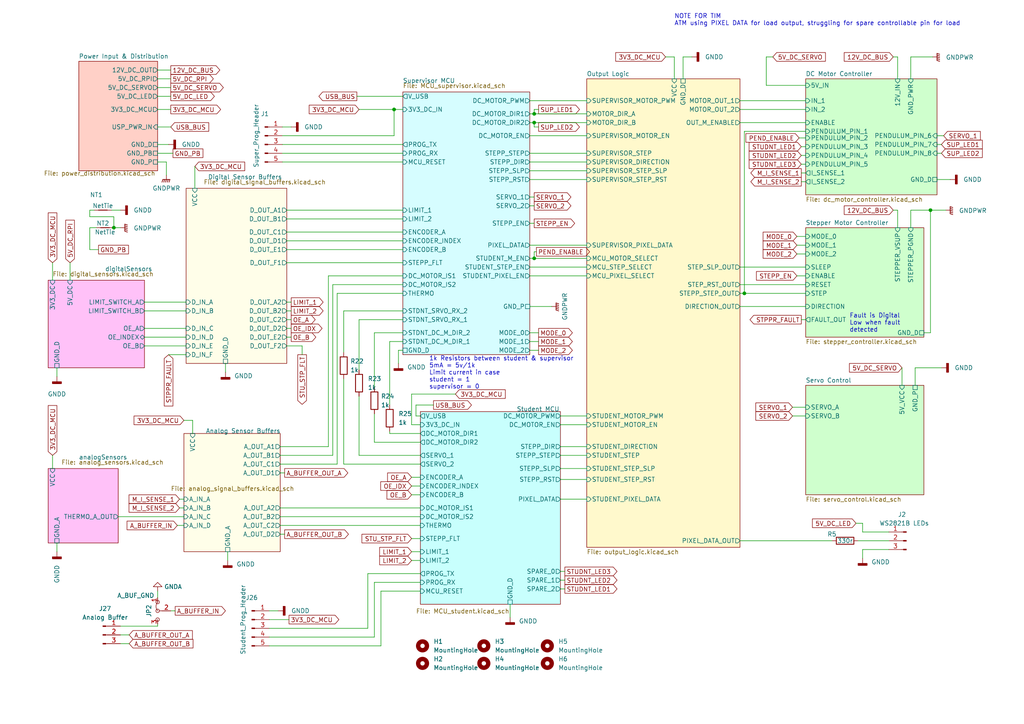
<source format=kicad_sch>
(kicad_sch (version 20230121) (generator eeschema)
  (paper "A4")
  (lib_symbols
    (symbol "000_Connectors_Immo:3pin_molex_2.54mm_male" (pin_names (offset 1.016) hide)
      (property "Reference" "J" (at 0 5.08 0))
      (property "Value" "3pin_molex_2.54mm_male" (at 2.54 -4.191 0))
      (symbol "3pin_molex_2.54mm_male_1_1"
        (polyline (pts (xy 1.27 -2.54) (xy 0.8636 -2.54)) (stroke (width 0.1524)))
        (polyline (pts (xy 1.27 0) (xy 0.8636 0)) (stroke (width 0.1524)))
        (polyline (pts (xy 1.27 2.54) (xy 0.8636 2.54)) (stroke (width 0.1524)))
        (rectangle (start 0.8636 -2.413) (end 0 -2.667) (stroke (width 0.1524)) (fill (type outline)))
        (rectangle (start 0.8636 0.127) (end 0 -0.127) (stroke (width 0.1524)) (fill (type outline)))
        (rectangle (start 0.8636 2.667) (end 0 2.413) (stroke (width 0.1524)) (fill (type outline)))
        (pin passive line (at 5.08 2.54 180) (length 3.81) (name "Pin_1") (number "1"))
        (pin passive line (at 5.08 0 180) (length 3.81) (name "Pin_2") (number "2"))
        (pin passive line (at 5.08 -2.54 180) (length 3.81) (name "Pin_3") (number "3"))
      )
    )
    (symbol "000_Connectors_Immo:Jumper_3_Bridged12" (pin_names (offset 0) hide)
      (property "Reference" "JP" (at -2.54 -2.54 0))
      (property "Value" "Jumper_3_Bridged12" (at 0 2.794 0))
      (symbol "Jumper_3_Bridged12_0_0"
        (circle (center -2.54 0) (radius 0.508))
        (circle (center 0 0) (radius 0.508))
        (circle (center 2.54 0) (radius 0.508))
      )
      (symbol "Jumper_3_Bridged12_0_1"
        (arc (start 0 -0.0807) (mid -1.27 0.4699) (end -2.54 -0.0807))
        (polyline (pts (xy 0 -1.27) (xy 0 -0.508)))
      )
      (symbol "Jumper_3_Bridged12_1_1"
        (pin passive line (at -3.81 0 0) (length 1.27) (name "A") (number "1"))
        (pin input line (at 0 -3.81 90) (length 2.54) (name "C") (number "2"))
        (pin passive line (at 3.81 0 180) (length 1.27) (name "B") (number "3"))
      )
    )
    (symbol "000_Pin_Headers_Immo:Molex_5pin_2.54mm_M" (pin_names (offset 1.016) hide)
      (property "Reference" "J" (at 0 7.62 0))
      (property "Value" "Molex_5pin_2.54mm_M" (at 0 -7.62 0))
      (symbol "Molex_5pin_2.54mm_M_1_1"
        (polyline (pts (xy 1.27 -5.08) (xy 0.8636 -5.08)) (stroke (width 0.1524)))
        (polyline (pts (xy 1.27 -2.54) (xy 0.8636 -2.54)) (stroke (width 0.1524)))
        (polyline (pts (xy 1.27 0) (xy 0.8636 0)) (stroke (width 0.1524)))
        (polyline (pts (xy 1.27 2.54) (xy 0.8636 2.54)) (stroke (width 0.1524)))
        (polyline (pts (xy 1.27 5.08) (xy 0.8636 5.08)) (stroke (width 0.1524)))
        (rectangle (start 0.8636 -4.953) (end 0 -5.207) (stroke (width 0.1524)) (fill (type outline)))
        (rectangle (start 0.8636 -2.413) (end 0 -2.667) (stroke (width 0.1524)) (fill (type outline)))
        (rectangle (start 0.8636 0.127) (end 0 -0.127) (stroke (width 0.1524)) (fill (type outline)))
        (rectangle (start 0.8636 2.667) (end 0 2.413) (stroke (width 0.1524)) (fill (type outline)))
        (rectangle (start 0.8636 5.207) (end 0 4.953) (stroke (width 0.1524)) (fill (type outline)))
        (pin passive line (at 5.08 5.08 180) (length 3.81) (name "Pin_1") (number "1"))
        (pin passive line (at 5.08 2.54 180) (length 3.81) (name "Pin_2") (number "2"))
        (pin passive line (at 5.08 0 180) (length 3.81) (name "Pin_3") (number "3"))
        (pin passive line (at 5.08 -2.54 180) (length 3.81) (name "Pin_4") (number "4"))
        (pin passive line (at 5.08 -5.08 180) (length 3.81) (name "Pin_5") (number "5"))
      )
    )
    (symbol "000_Resistors_Immo:Resistor_0805" (pin_numbers hide) (pin_names (offset 0))
      (property "Reference" "R?" (at -2.54 3.81 0))
      (property "Value" "Resistor_0805" (at -5.08 2.54 0))
      (symbol "Resistor_0805_0_1"
        (rectangle (start 2.54 -1.016) (end -2.54 1.016) (stroke (width 0.254)))
      )
      (symbol "Resistor_0805_1_1"
        (pin passive line (at -3.81 0 0) (length 1.27) (name "~") (number "1"))
        (pin passive line (at 3.81 0 180) (length 1.27) (name "~") (number "2"))
      )
    )
    (symbol "Connector:Conn_01x03_Male" (pin_names (offset 1.016) hide)
      (property "Reference" "J" (at 0 5.08 0))
      (property "Value" "Conn_01x03_Male" (at 2.54 -4.191 0))
      (symbol "Conn_01x03_Male_1_1"
        (polyline (pts (xy 1.27 -2.54) (xy 0.8636 -2.54)) (stroke (width 0.1524)))
        (polyline (pts (xy 1.27 0) (xy 0.8636 0)) (stroke (width 0.1524)))
        (polyline (pts (xy 1.27 2.54) (xy 0.8636 2.54)) (stroke (width 0.1524)))
        (rectangle (start 0.8636 -2.413) (end 0 -2.667) (stroke (width 0.1524)) (fill (type outline)))
        (rectangle (start 0.8636 0.127) (end 0 -0.127) (stroke (width 0.1524)) (fill (type outline)))
        (rectangle (start 0.8636 2.667) (end 0 2.413) (stroke (width 0.1524)) (fill (type outline)))
        (pin passive line (at 5.08 2.54 180) (length 3.81) (name "Pin_1") (number "1"))
        (pin passive line (at 5.08 0 180) (length 3.81) (name "Pin_2") (number "2"))
        (pin passive line (at 5.08 -2.54 180) (length 3.81) (name "Pin_3") (number "3"))
      )
    )
    (symbol "Device:NetTie_2" (pin_numbers hide) (pin_names (offset 0) hide)
      (property "Reference" "NT" (at 0 1.27 0))
      (property "Value" "NetTie_2" (at 0 -1.27 0))
      (symbol "NetTie_2_0_1"
        (polyline (pts (xy -1.27 0) (xy 1.27 0)) (stroke (width 0.254)))
      )
      (symbol "NetTie_2_1_1"
        (pin passive line (at -2.54 0 0) (length 2.54) (name "1") (number "1"))
        (pin passive line (at 2.54 0 180) (length 2.54) (name "2") (number "2"))
      )
    )
    (symbol "Mechanical:MountingHole_M3" (pin_names (offset 1.016))
      (property "Reference" "H" (at 0 5.08 0))
      (property "Value" "MountingHole_M3" (at 0 3.175 0))
      (symbol "MountingHole_M3_0_1"
        (circle (center 0 0) (radius 1.27) (stroke (width 1.27)))
      )
    )
    (symbol "power:GNDA" (power) (pin_names (offset 0))
      (property "Value" "GNDA" (at 0 -3.81 0))
      (symbol "GNDA_0_1"
        (polyline (pts (xy 0 0) (xy 0 -1.27) (xy 1.27 -1.27) (xy 0 -2.54) (xy -1.27 -1.27) (xy 0 -1.27)))
      )
      (symbol "GNDA_1_1"
        (pin power_in line (at 0 0 270) (length 0) hide (name "GNDA") (number "1"))
      )
    )
    (symbol "power:GNDD" (power) (pin_names (offset 0))
      (property "Value" "GNDD" (at 0 -3.175 0))
      (symbol "GNDD_0_1"
        (rectangle (start -1.27 -1.524) (end 1.27 -2.032) (stroke (width 0.254)) (fill (type outline)))
        (polyline (pts (xy 0 0) (xy 0 -1.524)))
      )
      (symbol "GNDD_1_1"
        (pin power_in line (at 0 0 270) (length 0) hide (name "GNDD") (number "1"))
      )
    )
    (symbol "power:GNDPWR" (power) (pin_names (offset 0))
      (property "Value" "GNDPWR" (at 0 -3.302 0))
      (symbol "GNDPWR_0_1"
        (polyline (pts (xy 0 -1.27) (xy 0 0)))
        (polyline (pts (xy -1.016 -1.27) (xy -1.27 -2.032) (xy -1.27 -2.032)) (stroke (width 0.2032)))
        (polyline (pts (xy -0.508 -1.27) (xy -0.762 -2.032) (xy -0.762 -2.032)) (stroke (width 0.2032)))
        (polyline (pts (xy 0 -1.27) (xy -0.254 -2.032) (xy -0.254 -2.032)) (stroke (width 0.2032)))
        (polyline (pts (xy 0.508 -1.27) (xy 0.254 -2.032) (xy 0.254 -2.032)) (stroke (width 0.2032)))
        (polyline (pts (xy 1.016 -1.27) (xy -1.016 -1.27) (xy -1.016 -1.27)) (stroke (width 0.2032)))
        (polyline (pts (xy 1.016 -1.27) (xy 0.762 -2.032) (xy 0.762 -2.032) (xy 0.762 -2.032)) (stroke (width 0.2032)))
      )
      (symbol "GNDPWR_1_1"
        (pin power_in line (at 0 0 270) (length 0) hide (name "GNDPWR") (number "1"))
      )
    )
  )
  (junction (at 154.94 33.02))
  (junction (at 269.875 60.96))
  (junction (at 154.94 74.93))
  (junction (at 114.3 31.75))
  (junction (at 215.9 85.09))
  (junction (at 154.94 35.56))
  (junction (at 33.02 66.04))
  (wire (pts (xy 78.105 182.245) (xy 106.68 182.245)))
  (wire (pts (xy 231.14 71.12) (xy 233.68 71.12)))
  (wire (pts (xy 153.67 57.15) (xy 154.94 57.15)))
  (wire (pts (xy 45.72 22.86) (xy 49.53 22.86)))
  (wire (pts (xy 108.585 184.785) (xy 108.585 168.91)))
  (wire (pts (xy 269.875 60.96) (xy 274.32 60.96)))
  (wire (pts (xy 115.57 105.41) (xy 115.57 101.6)))
  (wire (pts (xy 81.28 129.54) (xy 95.25 129.54)))
  (wire (pts (xy 45.72 27.94) (xy 49.53 27.94)))
  (wire (pts (xy 20.32 76.2) (xy 20.32 81.28)))
  (wire (pts (xy 260.35 16.51) (xy 260.35 22.86)))
  (wire (pts (xy 81.915 41.91) (xy 116.84 41.91)))
  (wire (pts (xy 231.14 73.66) (xy 233.68 73.66)))
  (wire (pts (xy 66.04 160.02) (xy 66.04 162.56)))
  (wire (pts (xy 153.67 80.01) (xy 170.18 80.01)))
  (wire (pts (xy 56.515 54.61) (xy 56.515 48.26)))
  (wire (pts (xy 271.78 44.45) (xy 273.05 44.45)))
  (wire (pts (xy 231.14 68.58) (xy 233.68 68.58)))
  (wire (pts (xy 193.04 16.51) (xy 195.58 16.51)))
  (wire (pts (xy 215.9 38.1) (xy 215.9 85.09)))
  (wire (pts (xy 155.575 73.025) (xy 154.94 73.025)))
  (wire (pts (xy 83.185 95.25) (xy 84.455 95.25)))
  (wire (pts (xy 153.67 77.47) (xy 170.18 77.47)))
  (wire (pts (xy 259.08 16.51) (xy 260.35 16.51)))
  (wire (pts (xy 45.72 41.91) (xy 48.895 41.91)))
  (wire (pts (xy 232.41 92.71) (xy 233.68 92.71)))
  (wire (pts (xy 162.56 132.08) (xy 170.18 132.08)))
  (wire (pts (xy 232.41 42.545) (xy 233.68 42.545)))
  (wire (pts (xy 41.91 97.79) (xy 53.975 97.79)))
  (wire (pts (xy 114.3 39.37) (xy 114.3 31.75)))
  (wire (pts (xy 83.185 69.85) (xy 116.84 69.85)))
  (wire (pts (xy 214.63 77.47) (xy 233.68 77.47)))
  (wire (pts (xy 153.67 35.56) (xy 154.94 35.56)))
  (wire (pts (xy 104.14 132.08) (xy 104.14 114.935)))
  (wire (pts (xy 104.14 31.75) (xy 114.3 31.75)))
  (wire (pts (xy 34.29 149.86) (xy 53.34 149.86)))
  (wire (pts (xy 65.405 105.41) (xy 65.405 107.95)))
  (wire (pts (xy 153.67 99.06) (xy 156.21 99.06)))
  (wire (pts (xy 250.19 161.925) (xy 250.19 159.385)))
  (wire (pts (xy 33.02 66.04) (xy 34.925 66.04)))
  (wire (pts (xy 99.695 134.62) (xy 121.92 134.62)))
  (wire (pts (xy 222.25 16.51) (xy 224.155 16.51)))
  (wire (pts (xy 95.25 129.54) (xy 95.25 80.01)))
  (wire (pts (xy 269.875 96.52) (xy 269.875 60.96)))
  (wire (pts (xy 119.38 162.56) (xy 121.92 162.56)))
  (wire (pts (xy 215.9 38.1) (xy 233.68 38.1)))
  (wire (pts (xy 83.185 76.2) (xy 116.84 76.2)))
  (wire (pts (xy 229.87 118.11) (xy 233.68 118.11)))
  (wire (pts (xy 119.38 114.3) (xy 119.38 123.19)))
  (wire (pts (xy 232.41 45.085) (xy 233.68 45.085)))
  (wire (pts (xy 153.67 88.9) (xy 160.02 88.9)))
  (wire (pts (xy 121.92 125.73) (xy 113.03 125.73)))
  (wire (pts (xy 153.67 46.99) (xy 170.18 46.99)))
  (wire (pts (xy 214.63 88.9) (xy 233.68 88.9)))
  (wire (pts (xy 28.575 72.39) (xy 26.035 72.39)))
  (wire (pts (xy 250.19 151.765) (xy 250.19 154.305)))
  (wire (pts (xy 48.26 46.99) (xy 45.72 46.99)))
  (wire (pts (xy 97.79 134.62) (xy 97.79 85.09)))
  (wire (pts (xy 41.91 90.17) (xy 53.975 90.17)))
  (wire (pts (xy 16.51 106.68) (xy 16.51 109.22)))
  (wire (pts (xy 49.53 177.165) (xy 50.8 177.165)))
  (wire (pts (xy 154.94 73.025) (xy 154.94 74.93)))
  (wire (pts (xy 83.185 90.17) (xy 84.455 90.17)))
  (wire (pts (xy 119.38 140.97) (xy 121.92 140.97)))
  (wire (pts (xy 162.56 170.815) (xy 163.83 170.815)))
  (wire (pts (xy 162.56 165.735) (xy 163.83 165.735)))
  (wire (pts (xy 153.67 96.52) (xy 156.21 96.52)))
  (wire (pts (xy 87.63 100.33) (xy 87.63 102.87)))
  (wire (pts (xy 108.585 128.27) (xy 108.585 120.015)))
  (wire (pts (xy 108.585 168.91) (xy 121.92 168.91)))
  (wire (pts (xy 153.67 39.37) (xy 170.18 39.37)))
  (wire (pts (xy 83.185 97.79) (xy 84.455 97.79)))
  (wire (pts (xy 48.895 102.87) (xy 53.975 102.87)))
  (wire (pts (xy 81.28 149.86) (xy 121.92 149.86)))
  (wire (pts (xy 26.035 62.865) (xy 33.02 62.865)))
  (wire (pts (xy 81.915 39.37) (xy 114.3 39.37)))
  (wire (pts (xy 162.56 168.275) (xy 163.83 168.275)))
  (wire (pts (xy 154.94 74.93) (xy 170.18 74.93)))
  (wire (pts (xy 52.07 144.78) (xy 53.34 144.78)))
  (wire (pts (xy 250.19 154.305) (xy 257.81 154.305)))
  (wire (pts (xy 271.78 52.07) (xy 275.59 52.07)))
  (wire (pts (xy 153.67 44.45) (xy 170.18 44.45)))
  (wire (pts (xy 110.49 171.45) (xy 121.92 171.45)))
  (wire (pts (xy 78.105 184.785) (xy 108.585 184.785)))
  (wire (pts (xy 113.03 99.06) (xy 116.84 99.06)))
  (wire (pts (xy 80.645 177.165) (xy 78.105 177.165)))
  (wire (pts (xy 125.73 117.475) (xy 120.65 117.475)))
  (wire (pts (xy 156.21 36.83) (xy 154.94 36.83)))
  (wire (pts (xy 153.67 74.93) (xy 154.94 74.93)))
  (wire (pts (xy 214.63 85.09) (xy 215.9 85.09)))
  (wire (pts (xy 37.465 184.15) (xy 34.925 184.15)))
  (wire (pts (xy 33.02 62.865) (xy 33.02 66.04)))
  (wire (pts (xy 83.185 67.31) (xy 116.84 67.31)))
  (wire (pts (xy 154.94 31.75) (xy 154.94 33.02)))
  (wire (pts (xy 222.25 24.765) (xy 233.68 24.765)))
  (wire (pts (xy 115.57 101.6) (xy 116.84 101.6)))
  (wire (pts (xy 214.63 31.75) (xy 233.68 31.75)))
  (wire (pts (xy 99.695 109.855) (xy 99.695 134.62)))
  (wire (pts (xy 231.775 40.005) (xy 233.68 40.005)))
  (wire (pts (xy 265.43 106.68) (xy 265.43 111.76)))
  (wire (pts (xy 119.38 123.19) (xy 121.92 123.19)))
  (wire (pts (xy 108.585 96.52) (xy 116.84 96.52)))
  (wire (pts (xy 55.88 121.92) (xy 55.88 125.73)))
  (wire (pts (xy 32.385 60.96) (xy 34.925 60.96)))
  (wire (pts (xy 41.91 100.33) (xy 53.975 100.33)))
  (wire (pts (xy 83.185 100.33) (xy 87.63 100.33)))
  (wire (pts (xy 96.52 82.55) (xy 116.84 82.55)))
  (wire (pts (xy 162.56 120.65) (xy 170.18 120.65)))
  (wire (pts (xy 214.63 82.55) (xy 233.68 82.55)))
  (wire (pts (xy 104.14 107.315) (xy 104.14 92.71)))
  (wire (pts (xy 41.91 87.63) (xy 53.975 87.63)))
  (wire (pts (xy 15.24 132.08) (xy 15.24 135.89)))
  (wire (pts (xy 162.56 135.89) (xy 170.18 135.89)))
  (wire (pts (xy 104.14 92.71) (xy 116.84 92.71)))
  (wire (pts (xy 78.105 179.705) (xy 83.82 179.705)))
  (wire (pts (xy 83.185 63.5) (xy 116.84 63.5)))
  (wire (pts (xy 113.03 125.095) (xy 113.03 125.73)))
  (wire (pts (xy 215.9 85.09) (xy 233.68 85.09)))
  (wire (pts (xy 81.28 134.62) (xy 97.79 134.62)))
  (wire (pts (xy 48.26 50.8) (xy 48.26 46.99)))
  (wire (pts (xy 153.67 71.12) (xy 170.18 71.12)))
  (wire (pts (xy 37.465 186.69) (xy 34.925 186.69)))
  (wire (pts (xy 153.67 49.53) (xy 170.18 49.53)))
  (wire (pts (xy 108.585 128.27) (xy 121.92 128.27)))
  (wire (pts (xy 113.03 99.06) (xy 113.03 117.475)))
  (wire (pts (xy 270.51 16.51) (xy 264.16 16.51)))
  (wire (pts (xy 78.105 187.325) (xy 110.49 187.325)))
  (wire (pts (xy 267.97 96.52) (xy 269.875 96.52)))
  (wire (pts (xy 51.435 152.4) (xy 53.34 152.4)))
  (wire (pts (xy 248.92 156.845) (xy 257.81 156.845)))
  (wire (pts (xy 162.56 123.19) (xy 170.18 123.19)))
  (wire (pts (xy 114.3 31.75) (xy 116.84 31.75)))
  (wire (pts (xy 119.38 138.43) (xy 121.92 138.43)))
  (wire (pts (xy 154.94 33.02) (xy 170.18 33.02)))
  (wire (pts (xy 198.12 16.51) (xy 200.66 16.51)))
  (wire (pts (xy 95.25 80.01) (xy 116.84 80.01)))
  (wire (pts (xy 154.94 36.83) (xy 154.94 35.56)))
  (wire (pts (xy 119.38 160.02) (xy 121.92 160.02)))
  (wire (pts (xy 45.72 44.45) (xy 50.165 44.45)))
  (wire (pts (xy 232.41 52.705) (xy 233.68 52.705)))
  (wire (pts (xy 214.63 156.845) (xy 241.3 156.845)))
  (wire (pts (xy 120.65 120.65) (xy 121.92 120.65)))
  (wire (pts (xy 248.285 151.765) (xy 250.19 151.765)))
  (wire (pts (xy 271.78 41.91) (xy 273.05 41.91)))
  (wire (pts (xy 119.38 114.3) (xy 132.08 114.3)))
  (wire (pts (xy 41.91 95.25) (xy 53.975 95.25)))
  (wire (pts (xy 198.12 16.51) (xy 198.12 22.86)))
  (wire (pts (xy 45.72 31.75) (xy 49.53 31.75)))
  (wire (pts (xy 229.87 120.65) (xy 233.68 120.65)))
  (wire (pts (xy 108.585 112.395) (xy 108.585 96.52)))
  (wire (pts (xy 232.41 47.625) (xy 233.68 47.625)))
  (wire (pts (xy 271.78 39.37) (xy 273.685 39.37)))
  (wire (pts (xy 232.41 50.165) (xy 233.68 50.165)))
  (wire (pts (xy 83.185 72.39) (xy 116.84 72.39)))
  (wire (pts (xy 99.695 90.17) (xy 116.84 90.17)))
  (wire (pts (xy 99.695 102.235) (xy 99.695 90.17)))
  (wire (pts (xy 260.35 66.04) (xy 260.35 60.96)))
  (wire (pts (xy 153.67 59.69) (xy 154.94 59.69)))
  (wire (pts (xy 265.43 106.68) (xy 273.05 106.68)))
  (wire (pts (xy 81.915 44.45) (xy 116.84 44.45)))
  (wire (pts (xy 153.67 64.77) (xy 154.94 64.77)))
  (wire (pts (xy 154.94 35.56) (xy 170.18 35.56)))
  (wire (pts (xy 26.035 66.04) (xy 27.94 66.04)))
  (wire (pts (xy 120.65 117.475) (xy 120.65 120.65)))
  (wire (pts (xy 84.455 36.83) (xy 81.915 36.83)))
  (wire (pts (xy 53.34 121.92) (xy 55.88 121.92)))
  (wire (pts (xy 83.185 87.63) (xy 84.455 87.63)))
  (wire (pts (xy 103.505 27.94) (xy 116.84 27.94)))
  (wire (pts (xy 222.25 16.51) (xy 222.25 24.765)))
  (wire (pts (xy 106.68 182.245) (xy 106.68 166.37)))
  (wire (pts (xy 16.51 157.48) (xy 16.51 160.02)))
  (wire (pts (xy 153.67 33.02) (xy 154.94 33.02)))
  (wire (pts (xy 162.56 144.78) (xy 170.18 144.78)))
  (wire (pts (xy 214.63 29.21) (xy 233.68 29.21)))
  (wire (pts (xy 81.28 147.32) (xy 121.92 147.32)))
  (wire (pts (xy 110.49 187.325) (xy 110.49 171.45)))
  (wire (pts (xy 45.72 20.32) (xy 49.53 20.32)))
  (wire (pts (xy 162.56 129.54) (xy 170.18 129.54)))
  (wire (pts (xy 156.21 31.75) (xy 154.94 31.75)))
  (wire (pts (xy 81.28 132.08) (xy 96.52 132.08)))
  (wire (pts (xy 162.56 139.065) (xy 170.18 139.065)))
  (wire (pts (xy 119.38 143.51) (xy 121.92 143.51)))
  (wire (pts (xy 153.67 29.21) (xy 170.18 29.21)))
  (wire (pts (xy 214.63 35.56) (xy 233.68 35.56)))
  (wire (pts (xy 260.35 60.96) (xy 259.08 60.96)))
  (wire (pts (xy 153.67 52.07) (xy 170.18 52.07)))
  (wire (pts (xy 104.14 132.08) (xy 121.92 132.08)))
  (wire (pts (xy 26.035 72.39) (xy 26.035 66.04)))
  (wire (pts (xy 34.925 181.61) (xy 45.72 181.61)))
  (wire (pts (xy 147.955 179.07) (xy 147.955 175.26)))
  (wire (pts (xy 45.72 171.45) (xy 45.72 173.355)))
  (wire (pts (xy 81.915 46.99) (xy 116.84 46.99)))
  (wire (pts (xy 195.58 16.51) (xy 195.58 22.86)))
  (wire (pts (xy 96.52 132.08) (xy 96.52 82.55)))
  (wire (pts (xy 26.035 60.96) (xy 27.305 60.96)))
  (wire (pts (xy 81.28 152.4) (xy 121.92 152.4)))
  (wire (pts (xy 153.67 101.6) (xy 156.21 101.6)))
  (wire (pts (xy 250.19 159.385) (xy 257.81 159.385)))
  (wire (pts (xy 264.16 60.96) (xy 269.875 60.96)))
  (wire (pts (xy 45.72 36.83) (xy 49.53 36.83)))
  (wire (pts (xy 97.79 85.09) (xy 116.84 85.09)))
  (wire (pts (xy 83.185 92.71) (xy 84.455 92.71)))
  (wire (pts (xy 264.16 60.96) (xy 264.16 66.04)))
  (wire (pts (xy 26.035 60.96) (xy 26.035 62.865)))
  (wire (pts (xy 52.07 147.32) (xy 53.34 147.32)))
  (wire (pts (xy 261.62 106.68) (xy 261.62 111.76)))
  (wire (pts (xy 83.185 60.96) (xy 116.84 60.96)))
  (wire (pts (xy 45.72 25.4) (xy 49.53 25.4)))
  (wire (pts (xy 231.14 80.01) (xy 233.68 80.01)))
  (wire (pts (xy 45.72 180.975) (xy 45.72 181.61)))
  (wire (pts (xy 81.28 137.16) (xy 82.55 137.16)))
  (wire (pts (xy 15.24 76.2) (xy 15.24 81.28)))
  (wire (pts (xy 264.16 16.51) (xy 264.16 22.86)))
  (wire (pts (xy 106.68 166.37) (xy 121.92 166.37)))
  (wire (pts (xy 119.38 156.21) (xy 121.92 156.21)))
  (wire (pts (xy 82.55 154.94) (xy 81.28 154.94)))
  (text "1k Resistors between student & supervisor\n5mA = 5v/1k \nLimit current in case\nstudent = 1\nsupervisor = 0" (at 124.46 113.03 0) (effects (font (size 1.27 1.27)) (justify left bottom)))
  (text "Fault is Digital\nLow when fault \ndetected" (at 246.38 96.52 0) (effects (font (size 1.27 1.27)) (justify left bottom)))
  (text "NOTE FOR TIM\nATM using PIXEL DATA for load output, struggling for spare controllable pin for load\n" (at 195.58 7.62 0) (effects (font (size 1.27 1.27)) (justify left bottom)))
  (global_label "MODE_1" (shape output) (at 156.21 99.06 0) (property "Intersheetrefs" "${INTERSHEET_REFS}" (effects hide)))
  (global_label "STUDNT_LED3" (shape output) (at 163.83 165.735 0) (property "Intersheetrefs" "${INTERSHEET_REFS}" (effects hide)))
  (global_label "5V_DC_LED" (shape output) (at 49.53 27.94 0) (property "Intersheetrefs" "${INTERSHEET_REFS}" (effects hide)))
  (global_label "M_I_SENSE_1" (shape input) (at 52.07 144.78 180) (property "Intersheetrefs" "${INTERSHEET_REFS}" (effects hide)))
  (global_label "SUP_LED2" (shape output) (at 156.21 36.83 0) (property "Intersheetrefs" "${INTERSHEET_REFS}" (effects hide)))
  (global_label "MODE_0" (shape output) (at 156.21 96.52 0) (property "Intersheetrefs" "${INTERSHEET_REFS}" (effects hide)))
  (global_label "LIMIT_1" (shape output) (at 84.455 87.63 0) (property "Intersheetrefs" "${INTERSHEET_REFS}" (effects hide)))
  (global_label "USB_BUS" (shape input) (at 49.53 36.83 0) (property "Intersheetrefs" "${INTERSHEET_REFS}" (effects hide)))
  (global_label "LIMIT_2" (shape output) (at 84.455 90.17 0) (property "Intersheetrefs" "${INTERSHEET_REFS}" (effects hide)))
  (global_label "5V_DC_SERVO" (shape input) (at 224.155 16.51 0) (property "Intersheetrefs" "${INTERSHEET_REFS}" (effects hide)))
  (global_label "STU_STP_FLT" (shape input) (at 119.38 156.21 180) (property "Intersheetrefs" "${INTERSHEET_REFS}" (effects hide)))
  (global_label "3V3_DC_MCU" (shape output) (at 49.53 31.75 0) (property "Intersheetrefs" "${INTERSHEET_REFS}" (effects hide)))
  (global_label "STUDNT_LED2" (shape output) (at 163.83 168.275 0) (property "Intersheetrefs" "${INTERSHEET_REFS}" (effects hide)))
  (global_label "M_I_SENSE_2" (shape output) (at 232.41 52.705 180) (property "Intersheetrefs" "${INTERSHEET_REFS}" (effects hide)))
  (global_label "STUDNT_LED3" (shape input) (at 232.41 47.625 180) (property "Intersheetrefs" "${INTERSHEET_REFS}" (effects hide)))
  (global_label "STUDNT_LED2" (shape input) (at 232.41 45.085 180) (property "Intersheetrefs" "${INTERSHEET_REFS}" (effects hide)))
  (global_label "3V3_DC_MCU" (shape output) (at 83.82 179.705 0) (property "Intersheetrefs" "${INTERSHEET_REFS}" (effects hide)))
  (global_label "SERVO_2" (shape input) (at 229.87 120.65 180) (property "Intersheetrefs" "${INTERSHEET_REFS}" (effects hide)))
  (global_label "MODE_2" (shape input) (at 231.14 73.66 180) (property "Intersheetrefs" "${INTERSHEET_REFS}" (effects hide)))
  (global_label "STEPP_EN" (shape input) (at 231.14 80.01 180) (property "Intersheetrefs" "${INTERSHEET_REFS}" (effects hide)))
  (global_label "3V3_DC_MCU" (shape input) (at 104.14 31.75 180) (property "Intersheetrefs" "${INTERSHEET_REFS}" (effects hide)))
  (global_label "MODE_0" (shape input) (at 231.14 68.58 180) (property "Intersheetrefs" "${INTERSHEET_REFS}" (effects hide)))
  (global_label "SUP_LED2" (shape input) (at 273.05 44.45 0) (property "Intersheetrefs" "${INTERSHEET_REFS}" (effects hide)))
  (global_label "STEPP_EN" (shape output) (at 154.94 64.77 0) (property "Intersheetrefs" "${INTERSHEET_REFS}" (effects hide)))
  (global_label "5V_DC_RPI" (shape output) (at 49.53 22.86 0) (property "Intersheetrefs" "${INTERSHEET_REFS}" (effects hide)))
  (global_label "STU_STP_FLT" (shape output) (at 87.63 102.87 270) (property "Intersheetrefs" "${INTERSHEET_REFS}" (effects hide)))
  (global_label "5V_DC_SERVO" (shape input) (at 261.62 106.68 180) (property "Intersheetrefs" "${INTERSHEET_REFS}" (effects hide)))
  (global_label "3V3_DC_MCU" (shape input) (at 15.24 132.08 90) (property "Intersheetrefs" "${INTERSHEET_REFS}" (effects hide)))
  (global_label "SUP_LED1" (shape input) (at 273.05 41.91 0) (property "Intersheetrefs" "${INTERSHEET_REFS}" (effects hide)))
  (global_label "OE_A" (shape input) (at 119.38 138.43 180) (property "Intersheetrefs" "${INTERSHEET_REFS}" (effects hide)))
  (global_label "SERVO_1" (shape input) (at 273.685 39.37 0) (property "Intersheetrefs" "${INTERSHEET_REFS}" (effects hide)))
  (global_label "A_BUFFER_IN" (shape input) (at 51.435 152.4 180) (property "Intersheetrefs" "${INTERSHEET_REFS}" (effects hide)))
  (global_label "3V3_DC_MCU" (shape input) (at 193.04 16.51 180) (property "Intersheetrefs" "${INTERSHEET_REFS}" (effects hide)))
  (global_label "USB_BUS" (shape output) (at 103.505 27.94 180) (property "Intersheetrefs" "${INTERSHEET_REFS}" (effects hide)))
  (global_label "OE_A" (shape output) (at 84.455 92.71 0) (property "Intersheetrefs" "${INTERSHEET_REFS}" (effects hide)))
  (global_label "GND_PB" (shape passive) (at 50.165 44.45 0) (property "Intersheetrefs" "${INTERSHEET_REFS}" (effects hide)))
  (global_label "5V_DC_SERVO" (shape output) (at 49.53 25.4 0) (property "Intersheetrefs" "${INTERSHEET_REFS}" (effects hide)))
  (global_label "A_BUFFER_OUT_A" (shape input) (at 37.465 184.15 0) (property "Intersheetrefs" "${INTERSHEET_REFS}" (effects hide)))
  (global_label "3V3_DC_MCU" (shape input) (at 56.515 48.26 0) (property "Intersheetrefs" "${INTERSHEET_REFS}" (effects hide)))
  (global_label "LIMIT_2" (shape input) (at 119.38 162.56 180) (property "Intersheetrefs" "${INTERSHEET_REFS}" (effects hide)))
  (global_label "PEND_ENABLE" (shape input) (at 231.775 40.005 180) (property "Intersheetrefs" "${INTERSHEET_REFS}" (effects hide)))
  (global_label "MODE_1" (shape input) (at 231.14 71.12 180) (property "Intersheetrefs" "${INTERSHEET_REFS}" (effects hide)))
  (global_label "12V_DC_BUS" (shape input) (at 259.08 60.96 180) (property "Intersheetrefs" "${INTERSHEET_REFS}" (effects hide)))
  (global_label "OE_IDX" (shape output) (at 84.455 95.25 0) (property "Intersheetrefs" "${INTERSHEET_REFS}" (effects hide)))
  (global_label "OE_B" (shape output) (at 84.455 97.79 0) (property "Intersheetrefs" "${INTERSHEET_REFS}" (effects hide)))
  (global_label "STUDNT_LED1" (shape input) (at 232.41 42.545 180) (property "Intersheetrefs" "${INTERSHEET_REFS}" (effects hide)))
  (global_label "STPPR_FAULT" (shape input) (at 48.895 102.87 270) (property "Intersheetrefs" "${INTERSHEET_REFS}" (effects hide)))
  (global_label "12V_DC_BUS" (shape output) (at 49.53 20.32 0) (property "Intersheetrefs" "${INTERSHEET_REFS}" (effects hide)))
  (global_label "MODE_2" (shape output) (at 156.21 101.6 0) (property "Intersheetrefs" "${INTERSHEET_REFS}" (effects hide)))
  (global_label "3V3_DC_MCU" (shape input) (at 132.08 114.3 0) (property "Intersheetrefs" "${INTERSHEET_REFS}" (effects hide)))
  (global_label "M_I_SENSE_2" (shape input) (at 52.07 147.32 180) (property "Intersheetrefs" "${INTERSHEET_REFS}" (effects hide)))
  (global_label "A_BUFFER_OUT_A" (shape output) (at 82.55 137.16 0) (property "Intersheetrefs" "${INTERSHEET_REFS}" (effects hide)))
  (global_label "SERVO_2" (shape output) (at 154.94 59.69 0) (property "Intersheetrefs" "${INTERSHEET_REFS}" (effects hide)))
  (global_label "5V_DC_RPI" (shape input) (at 20.32 76.2 90) (property "Intersheetrefs" "${INTERSHEET_REFS}" (effects hide)))
  (global_label "USB_BUS" (shape output) (at 125.73 117.475 0) (property "Intersheetrefs" "${INTERSHEET_REFS}" (effects hide)))
  (global_label "M_I_SENSE_1" (shape output) (at 232.41 50.165 180) (property "Intersheetrefs" "${INTERSHEET_REFS}" (effects hide)))
  (global_label "3V3_DC_MCU" (shape input) (at 15.24 76.2 90) (property "Intersheetrefs" "${INTERSHEET_REFS}" (effects hide)))
  (global_label "GND_PB" (shape passive) (at 28.575 72.39 0) (property "Intersheetrefs" "${INTERSHEET_REFS}" (effects hide)))
  (global_label "OE_B" (shape input) (at 119.38 143.51 180) (property "Intersheetrefs" "${INTERSHEET_REFS}" (effects hide)))
  (global_label "STPPR_FAULT" (shape output) (at 232.41 92.71 180) (property "Intersheetrefs" "${INTERSHEET_REFS}" (effects hide)))
  (global_label "LIMIT_1" (shape input) (at 119.38 160.02 180) (property "Intersheetrefs" "${INTERSHEET_REFS}" (effects hide)))
  (global_label "STUDNT_LED1" (shape output) (at 163.83 170.815 0) (property "Intersheetrefs" "${INTERSHEET_REFS}" (effects hide)))
  (global_label "SUP_LED1" (shape output) (at 156.21 31.75 0) (property "Intersheetrefs" "${INTERSHEET_REFS}" (effects hide)))
  (global_label "OE_IDX" (shape input) (at 119.38 140.97 180) (property "Intersheetrefs" "${INTERSHEET_REFS}" (effects hide)))
  (global_label "5V_DC_LED" (shape input) (at 248.285 151.765 180) (property "Intersheetrefs" "${INTERSHEET_REFS}" (effects hide)))
  (global_label "A_BUFFER_IN" (shape output) (at 50.8 177.165 0) (property "Intersheetrefs" "${INTERSHEET_REFS}" (effects hide)))
  (global_label "SERVO_1" (shape input) (at 229.87 118.11 180) (property "Intersheetrefs" "${INTERSHEET_REFS}" (effects hide)))
  (global_label "3V3_DC_MCU" (shape input) (at 53.34 121.92 180) (property "Intersheetrefs" "${INTERSHEET_REFS}" (effects hide)))
  (global_label "A_BUFFER_OUT_B" (shape output) (at 82.55 154.94 0) (property "Intersheetrefs" "${INTERSHEET_REFS}" (effects hide)))
  (global_label "A_BUFFER_OUT_B" (shape input) (at 37.465 186.69 0) (property "Intersheetrefs" "${INTERSHEET_REFS}" (effects hide)))
  (global_label "PEND_ENABLE" (shape output) (at 155.575 73.025 0) (property "Intersheetrefs" "${INTERSHEET_REFS}" (effects hide)))
  (global_label "12V_DC_BUS" (shape input) (at 259.08 16.51 180) (property "Intersheetrefs" "${INTERSHEET_REFS}" (effects hide)))
  (global_label "SERVO_1" (shape output) (at 154.94 57.15 0) (property "Intersheetrefs" "${INTERSHEET_REFS}" (effects hide)))
  (symbol (lib_id "Connector:Conn_01x03_Male") (at 29.845 184.15 0) (unit 1)
    (property "Reference" "J27" (at 30.48 176.53 0))
    (property "Value" "Analog Buffer" (at 30.48 179.07 0))
    (property "Footprint" "Connector_PinHeader_2.54mm:PinHeader_1x03_P2.54mm_Vertical" (effects hide))
  )
  (symbol (lib_id "power:GNDD") (at 16.51 109.22 0) (unit 1)
    (property "Reference" "#PWR01" (effects hide))
    (property "Value" "GNDD" (at 16.51 114.3 0))
  )
  (symbol (lib_id "Mechanical:MountingHole_M3") (at 122.555 192.405 0) (unit 1)
    (property "Reference" "H2" (at 125.73 191.1349 0) (effects (justify left)))
    (property "Value" "MountingHole" (at 125.73 193.6749 0) (effects (justify left)))
    (property "Footprint" "MountingHole:MountingHole_3.2mm_M3_Pad_Via" (effects hide))
  )
  (symbol (lib_id "Device:NetTie_2") (at 30.48 66.04 0) (unit 1)
    (property "Reference" "NT2" (at 29.845 64.77 0))
    (property "Value" "NetTie" (at 30.48 67.31 0))
    (property "Footprint" "NetTie:NetTie-2_SMD_Pad0.5mm" (effects hide))
  )
  (symbol (lib_id "000_Pin_Headers_Immo:Molex_5pin_2.54mm_M") (at 76.835 41.91 0) (unit 1)
    (property "Reference" "J1" (at 76.835 33.02 0))
    (property "Value" "Super_Prog_Header" (at 74.295 39.37 90))
    (property "Footprint" "Connector_Molex:Molex_KK-254_AE-6410-05A_1x05_P2.54mm_Vertical" (effects hide))
  )
  (symbol (lib_id "power:GNDD") (at 275.59 52.07 90) (unit 1)
    (property "Reference" "#PWR017" (effects hide))
    (property "Value" "GNDD" (at 279.4 52.0699 90) (effects (justify right)))
  )
  (symbol (lib_id "Mechanical:MountingHole_M3") (at 122.555 187.325 0) (unit 1)
    (property "Reference" "H1" (at 125.73 186.0549 0) (effects (justify left)))
    (property "Value" "MountingHole" (at 125.73 188.5949 0) (effects (justify left)))
    (property "Footprint" "MountingHole:MountingHole_3.2mm_M3_Pad_Via" (effects hide))
  )
  (symbol (lib_id "000_Resistors_Immo:Resistor_0805") (at 108.585 116.205 90) (unit 1)
    (property "Reference" "R24" (at 110.49 114.9349 90) (effects (justify right)))
    (property "Value" "1k" (at 110.49 117.4749 90) (effects (justify right)))
    (property "Footprint" "Resistor_SMD:R_0805_2012Metric_Pad1.20x1.40mm_HandSolder" (effects hide))
  )
  (symbol (lib_id "power:GNDD") (at 273.05 106.68 90) (unit 1)
    (property "Reference" "#PWR0103" (effects hide))
    (property "Value" "GNDD" (at 276.86 106.6799 90) (effects (justify right)))
  )
  (symbol (lib_id "power:GNDD") (at 84.455 36.83 90) (unit 1)
    (property "Reference" "#PWR010" (effects hide))
    (property "Value" "GNDD" (at 88.265 36.8299 90) (effects (justify right)))
  )
  (symbol (lib_id "power:GNDD") (at 34.925 60.96 90) (unit 1)
    (property "Reference" "#PWR02" (effects hide))
    (property "Value" "GNDD" (at 38.735 60.9599 90) (effects (justify right)))
  )
  (symbol (lib_id "power:GNDPWR") (at 34.925 66.04 90) (unit 1)
    (property "Reference" "#PWR04" (effects hide))
    (property "Value" "GNDPWR" (at 38.735 66.1669 90) (effects (justify right)))
  )
  (symbol (lib_id "power:GNDPWR") (at 48.26 50.8 0) (unit 1)
    (property "Reference" "#PWR07" (effects hide))
    (property "Value" "GNDPWR" (at 48.26 54.61 0))
  )
  (symbol (lib_id "power:GNDD") (at 66.04 162.56 0) (unit 1)
    (property "Reference" "#PWR0104" (effects hide))
    (property "Value" "GNDD" (at 68.58 163.6394 0) (effects (justify left)))
  )
  (symbol (lib_id "Mechanical:MountingHole_M3") (at 140.335 192.405 0) (unit 1)
    (property "Reference" "H4" (at 143.51 191.1349 0) (effects (justify left)))
    (property "Value" "MountingHole" (at 143.51 193.6749 0) (effects (justify left)))
    (property "Footprint" "MountingHole:MountingHole_3.2mm_M3_Pad_Via" (effects hide))
  )
  (symbol (lib_id "Mechanical:MountingHole_M3") (at 158.75 192.405 0) (unit 1)
    (property "Reference" "H6" (at 161.925 191.1349 0) (effects (justify left)))
    (property "Value" "MountingHole" (at 161.925 193.6749 0) (effects (justify left)))
    (property "Footprint" "MountingHole:MountingHole_3.2mm_M3_Pad_Via" (effects hide))
  )
  (symbol (lib_id "power:GNDD") (at 80.645 177.165 90) (unit 1)
    (property "Reference" "#PWR019" (effects hide))
    (property "Value" "GNDD" (at 84.455 177.1649 90) (effects (justify right)))
  )
  (symbol (lib_id "Mechanical:MountingHole_M3") (at 140.335 187.325 0) (unit 1)
    (property "Reference" "H3" (at 143.51 186.0549 0) (effects (justify left)))
    (property "Value" "MountingHole" (at 143.51 188.5949 0) (effects (justify left)))
    (property "Footprint" "MountingHole:MountingHole_3.2mm_M3_Pad_Via" (effects hide))
  )
  (symbol (lib_id "power:GNDD") (at 65.405 107.95 0) (unit 1)
    (property "Reference" "#PWR08" (effects hide))
    (property "Value" "GNDD" (at 67.945 109.0294 0) (effects (justify left)))
  )
  (symbol (lib_id "power:GNDD") (at 250.19 161.925 0) (unit 1)
    (property "Reference" "#PWR020" (effects hide))
    (property "Value" "GNDD" (at 252.73 163.0044 0) (effects (justify left)))
  )
  (symbol (lib_id "000_Connectors_Immo:Jumper_3_Bridged12") (at 45.72 177.165 90) (mirror x) (unit 1)
    (property "Reference" "JP2" (at 43.18 177.165 0))
    (property "Value" "A_BUF_GND" (at 39.37 172.72 90))
    (property "Footprint" "Jumper:SolderJumper-3_P1.3mm_Bridged12_RoundedPad1.0x1.5mm" (effects hide))
  )
  (symbol (lib_id "power:GNDPWR") (at 270.51 16.51 90) (unit 1)
    (property "Reference" "#PWR015" (effects hide))
    (property "Value" "GNDPWR" (at 274.32 16.6369 90) (effects (justify right)))
  )
  (symbol (lib_id "power:GNDD") (at 115.57 105.41 0) (unit 1)
    (property "Reference" "#PWR011" (effects hide))
    (property "Value" "GNDD" (at 118.11 106.4894 0) (effects (justify left)))
  )
  (symbol (lib_id "000_Connectors_Immo:3pin_molex_2.54mm_male") (at 262.89 156.845 0) (mirror y) (unit 1)
    (property "Reference" "J2" (at 261.62 149.225 0))
    (property "Value" "WS2821B LEDs" (at 262.255 151.765 0))
    (property "Footprint" "Connector_Molex:Molex_KK-254_AE-6410-03A_1x03_P2.54mm_Vertical" (effects hide))
  )
  (symbol (lib_id "power:GNDA") (at 45.72 171.45 180) (unit 1)
    (property "Reference" "#PWR0101" (effects hide))
    (property "Value" "GNDA" (at 47.625 170.1799 0) (effects (justify right)))
  )
  (symbol (lib_id "power:GNDD") (at 147.955 179.07 0) (unit 1)
    (property "Reference" "#PWR012" (effects hide))
    (property "Value" "GNDD" (at 150.495 180.1494 0) (effects (justify left)))
  )
  (symbol (lib_id "power:GNDPWR") (at 160.02 88.9 90) (unit 1)
    (property "Reference" "#PWR0106" (effects hide))
    (property "Value" "GNDPWR" (at 163.83 88.9 0))
  )
  (symbol (lib_id "Mechanical:MountingHole_M3") (at 158.75 187.325 0) (unit 1)
    (property "Reference" "H5" (at 161.925 186.0549 0) (effects (justify left)))
    (property "Value" "MountingHole" (at 161.925 188.5949 0) (effects (justify left)))
    (property "Footprint" "MountingHole:MountingHole_3.2mm_M3_Pad_Via" (effects hide))
  )
  (symbol (lib_id "000_Resistors_Immo:Resistor_0805") (at 104.14 111.125 90) (unit 1)
    (property "Reference" "R23" (at 106.68 109.8549 90) (effects (justify right)))
    (property "Value" "1k" (at 106.68 112.3949 90) (effects (justify right)))
    (property "Footprint" "Resistor_SMD:R_0805_2012Metric_Pad1.20x1.40mm_HandSolder" (effects hide))
  )
  (symbol (lib_id "power:GNDD") (at 48.895 41.91 90) (unit 1)
    (property "Reference" "#PWR0102" (effects hide))
    (property "Value" "GNDD" (at 52.705 41.9099 90) (effects (justify right)))
  )
  (symbol (lib_id "000_Resistors_Immo:Resistor_0805") (at 245.11 156.845 0) (mirror x) (unit 1)
    (property "Reference" "R5" (at 241.3 154.94 0))
    (property "Value" "330r" (at 245.11 156.845 0))
    (property "Footprint" "Resistor_SMD:R_0805_2012Metric_Pad1.20x1.40mm_HandSolder" (effects hide))
  )
  (symbol (lib_id "Device:NetTie_2") (at 29.845 60.96 180) (unit 1)
    (property "Reference" "NT1" (at 27.94 56.515 0))
    (property "Value" "NetTie" (at 29.845 59.69 0))
    (property "Footprint" "NetTie:NetTie-2_SMD_Pad2.0mm" (effects hide))
  )
  (symbol (lib_id "000_Pin_Headers_Immo:Molex_5pin_2.54mm_M") (at 73.025 182.245 0) (unit 1)
    (property "Reference" "J26" (at 73.025 173.355 0))
    (property "Value" "Student_Prog_Header" (at 70.485 179.705 90))
    (property "Footprint" "Connector_Molex:Molex_KK-254_AE-6410-05A_1x05_P2.54mm_Vertical" (effects hide))
  )
  (symbol (lib_id "power:GNDD") (at 200.66 16.51 90) (unit 1)
    (property "Reference" "#PWR013" (effects hide))
    (property "Value" "GNDD" (at 204.47 16.5099 90) (effects (justify right)))
  )
  (symbol (lib_id "000_Resistors_Immo:Resistor_0805") (at 99.695 106.045 90) (unit 1)
    (property "Reference" "R22" (at 101.6 104.7749 90) (effects (justify right)))
    (property "Value" "1k" (at 101.6 107.3149 90) (effects (justify right)))
    (property "Footprint" "Resistor_SMD:R_0805_2012Metric_Pad1.20x1.40mm_HandSolder" (effects hide))
  )
  (symbol (lib_id "power:GNDD") (at 16.51 160.02 0) (unit 1)
    (property "Reference" "#PWR0105" (effects hide))
    (property "Value" "GNDD" (at 16.5101 163.83 90) (effects (justify right)))
  )
  (symbol (lib_id "power:GNDPWR") (at 274.32 60.96 90) (unit 1)
    (property "Reference" "#PWR016" (effects hide))
    (property "Value" "GNDPWR" (at 278.13 61.0869 90) (effects (justify right)))
  )
  (symbol (lib_id "000_Resistors_Immo:Resistor_0805") (at 113.03 121.285 90) (unit 1)
    (property "Reference" "R25" (at 115.57 120.0149 90) (effects (justify right)))
    (property "Value" "1k" (at 115.57 122.5549 90) (effects (justify right)))
    (property "Footprint" "Resistor_SMD:R_0805_2012Metric_Pad1.20x1.40mm_HandSolder" (effects hide))
  )
  (sheet (at 116.84 26.67) (size 36.83 76.2) (stroke (width 0.1524)) (fill (color 117 247 255 0.3000))
    (property "Sheetname" "Supervisor MCU" (at 116.84 24.13 0) (effects (justify left bottom)))
    (property "Sheetfile" "MCU_supervisor.kicad_sch" (at 116.84 24.13 0) (effects (justify left top)))
    (pin "GND_D" passive (at 116.84 101.6 180))
    (pin "3V3_DC_IN" input (at 116.84 31.75 180))
    (pin "MCU_RESET" input (at 116.84 46.99 180))
    (pin "ENCODER_A" input (at 116.84 67.31 180))
    (pin "ENCODER_B" input (at 116.84 72.39 180))
    (pin "PROG_TX" output (at 116.84 41.91 180))
    (pin "PROG_RX" input (at 116.84 44.45 180))
    (pin "SERVO_1" output (at 153.67 57.15 0))
    (pin "LIMIT_1" input (at 116.84 60.96 180))
    (pin "LIMIT_2" input (at 116.84 63.5 180))
    (pin "MODE_0" output (at 153.67 96.52 0))
    (pin "SERVO_2" output (at 153.67 59.69 0))
    (pin "MODE_1" output (at 153.67 99.06 0))
    (pin "MODE_2" output (at 153.67 101.6 0))
    (pin "DC_MOTOR_PWM" output (at 153.67 29.21 0))
    (pin "ENCODER_INDEX" input (at 116.84 69.85 180))
    (pin "STDNT_SRVO_RX_1" input (at 116.84 92.71 180))
    (pin "STEPP_FLT" input (at 116.84 76.2 180))
    (pin "DC_MOTOR_IS2" input (at 116.84 82.55 180))
    (pin "DC_MOTOR_IS1" input (at 116.84 80.01 180))
    (pin "STDNT_SRVO_RX_2" input (at 116.84 90.17 180))
    (pin "STDNT_DC_M_DIR_1" input (at 116.84 99.06 180))
    (pin "STEPP_DIR" output (at 153.67 46.99 0))
    (pin "STEPP_RST" output (at 153.67 52.07 0))
    (pin "STEPP_STEP" output (at 153.67 44.45 0))
    (pin "DC_MOTOR_DIR2" output (at 153.67 35.56 0))
    (pin "DC_MOTOR_DIR1" output (at 153.67 33.02 0))
    (pin "PIXEL_DATA" output (at 153.67 71.12 0))
    (pin "STUDENT_STEP_EN" output (at 153.67 77.47 0))
    (pin "STUDENT_M_EN" output (at 153.67 74.93 0))
    (pin "STDNT_DC_M_DIR_2" input (at 116.84 96.52 180))
    (pin "STUDENT_PIXEL_EN" output (at 153.67 80.01 0))
    (pin "DC_MOTOR_EN" output (at 153.67 39.37 0))
    (pin "THERMO" input (at 116.84 85.09 180))
    (pin "V_USB" output (at 116.84 27.94 180))
    (pin "STEPP_SLP" output (at 153.67 49.53 0))
    (pin "STEPP_EN" output (at 153.67 64.77 0))
    (pin "GND_P" passive (at 153.67 88.9 0))
  )
  (sheet (at 13.97 135.89) (size 20.32 21.59) (stroke (width 0.1524)) (fill (color 255 74 235 0.3400))
    (property "Sheetname" "analogSensors" (at 22.86 133.35 0) (effects (justify left bottom)))
    (property "Sheetfile" "analog_sensors.kicad_sch" (at 17.78 133.35 0) (effects (justify left top)))
    (pin "GND_A" passive (at 16.51 157.48 270))
    (pin "THERMO_A_OUT" output (at 34.29 149.86 0))
    (pin "VCC" input (at 15.24 135.89 90))
  )
  (sheet (at 13.97 81.28) (size 27.94 25.4) (stroke (width 0.1524)) (fill (color 255 74 235 0.3400))
    (property "Sheetname" "digitalSensors" (at 30.48 78.74 0) (effects (justify left bottom)))
    (property "Sheetfile" "digital_sensors.kicad_sch" (at 15.24 78.74 0) (effects (justify left top)))
    (pin "LIMIT_SWITCH_A" output (at 41.91 87.63 0))
    (pin "LIMIT_SWITCH_B" output (at 41.91 90.17 0))
    (pin "GND_D" passive (at 16.51 106.68 270))
    (pin "OE_A" output (at 41.91 95.25 0))
    (pin "OE_B" output (at 41.91 100.33 0))
    (pin "OE_INDEX" bidirectional (at 41.91 97.79 0))
    (pin "3V3_DC" input (at 15.24 81.28 90))
    (pin "5V_DC" input (at 20.32 81.28 90))
  )
  (sheet (at 233.68 66.04) (size 34.29 31.75) (stroke (width 0.1524)) (fill (color 100 255 95 0.3098))
    (property "Sheetname" "Stepper Motor Controller" (at 233.68 65.3284 0) (effects (justify left bottom)))
    (property "Sheetfile" "stepper_controller.kicad_sch" (at 233.68 98.3746 0) (effects (justify left top)))
    (pin "DIRECTION" input (at 233.68 88.9 180))
    (pin "STEP" input (at 233.68 85.09 180))
    (pin "ENABLE" input (at 233.68 80.01 180))
    (pin "MODE_0" input (at 233.68 68.58 180))
    (pin "MODE_1" input (at 233.68 71.12 180))
    (pin "MODE_2" input (at 233.68 73.66 180))
    (pin "GND_D" passive (at 267.97 96.52 0))
    (pin "STEPPER_VSUP" input (at 260.35 66.04 90))
    (pin "STEPPER_PGND" input (at 264.16 66.04 90))
    (pin "FAULT_OUT" output (at 233.68 92.71 180))
    (pin "SLEEP" input (at 233.68 77.47 180))
    (pin "RESET" input (at 233.68 82.55 180))
  )
  (sheet (at 53.34 125.73) (size 27.94 34.29) (stroke (width 0.1524)) (fill (color 255 245 58 0.1100))
    (property "Sheetname" "Analog Sensor Buffers" (at 59.69 125.73 0) (effects (justify left bottom)))
    (property "Sheetfile" "analog_signal_buffers.kicad_sch" (at 49.53 140.97 0) (effects (justify left top)))
    (pin "A_OUT_D1" output (at 81.28 137.16 0))
    (pin "A_OUT_D2" output (at 81.28 154.94 0))
    (pin "A_OUT_C1" output (at 81.28 134.62 0))
    (pin "A_OUT_C2" output (at 81.28 152.4 0))
    (pin "A_IN_D" input (at 53.34 152.4 180))
    (pin "A_IN_B" input (at 53.34 147.32 180))
    (pin "A_IN_C" input (at 53.34 149.86 180))
    (pin "A_OUT_A1" output (at 81.28 129.54 0))
    (pin "A_OUT_A2" output (at 81.28 147.32 0))
    (pin "A_OUT_B1" output (at 81.28 132.08 0))
    (pin "A_OUT_B2" output (at 81.28 149.86 0))
    (pin "A_IN_A" input (at 53.34 144.78 180))
    (pin "VCC" input (at 55.88 125.73 90))
    (pin "GND_A" passive (at 66.04 160.02 270))
  )
  (sheet (at 22.86 17.78) (size 22.86 31.75) (stroke (width 0.1524)) (fill (color 255 68 35 0.2500))
    (property "Sheetname" "Power Input & Distribution" (at 22.86 17.0684 0) (effects (justify left bottom)))
    (property "Sheetfile" "power_distribution.kicad_sch" (at 12.7 49.53 0) (effects (justify left top)))
    (pin "GND_P" passive (at 45.72 46.99 0))
    (pin "5V_DC_RPI" output (at 45.72 22.86 0))
    (pin "12V_DC_OUT" output (at 45.72 20.32 0))
    (pin "5V_DC_SERVO" output (at 45.72 25.4 0))
    (pin "3V3_DC_MCU" output (at 45.72 31.75 0))
    (pin "USP_PWR_IN" input (at 45.72 36.83 0))
    (pin "5V_DC_LED" output (at 45.72 27.94 0))
    (pin "GND_D" passive (at 45.72 41.91 0))
    (pin "GND_PB" passive (at 45.72 44.45 0))
  )
  (sheet (at 53.975 54.61) (size 29.21 50.8) (stroke (width 0.1524)) (fill (color 255 245 58 0.1100))
    (property "Sheetname" "Digital Sensor Buffers" (at 60.325 52.07 0) (effects (justify left bottom)))
    (property "Sheetfile" "digital_signal_buffers.kicad_sch" (at 59.055 52.07 0) (effects (justify left top)))
    (pin "GND_D" passive (at 65.405 105.41 270))
    (pin "D_OUT_B1" output (at 83.185 63.5 0))
    (pin "D_OUT_A2" output (at 83.185 87.63 0))
    (pin "D_OUT_A1" output (at 83.185 60.96 0))
    (pin "D_OUT_C2" output (at 83.185 92.71 0))
    (pin "D_OUT_C1" output (at 83.185 67.31 0))
    (pin "D_OUT_B2" output (at 83.185 90.17 0))
    (pin "D_IN_B" input (at 53.975 90.17 180))
    (pin "D_IN_C" input (at 53.975 95.25 180))
    (pin "D_IN_A" input (at 53.975 87.63 180))
    (pin "D_OUT_D2" output (at 83.185 95.25 0))
    (pin "D_OUT_D1" output (at 83.185 69.85 0))
    (pin "D_OUT_E1" output (at 83.185 72.39 0))
    (pin "D_OUT_E2" output (at 83.185 97.79 0))
    (pin "D_OUT_F2" output (at 83.185 100.33 0))
    (pin "D_OUT_F1" output (at 83.185 76.2 0))
    (pin "D_IN_F" input (at 53.975 102.87 180))
    (pin "D_IN_E" input (at 53.975 100.33 180))
    (pin "D_IN_D" input (at 53.975 97.79 180))
    (pin "VCC" input (at 56.515 54.61 90))
  )
  (sheet (at 233.68 22.86) (size 38.1 33.655) (stroke (width 0.1524)) (fill (color 100 255 95 0.3098))
    (property "Sheetname" "DC Motor Controller" (at 233.68 22.1484 0) (effects (justify left bottom)))
    (property "Sheetfile" "dc_motor_controller.kicad_sch" (at 233.68 57.0996 0) (effects (justify left top)))
    (pin "GND_PWR" input (at 264.16 22.86 90))
    (pin "12V_IN" input (at 260.35 22.86 90))
    (pin "GND_D" passive (at 271.78 52.07 0))
    (pin "I_SENSE_1" output (at 233.68 50.165 180))
    (pin "I_SENSE_2" output (at 233.68 52.705 180))
    (pin "IN_2" input (at 233.68 31.75 180))
    (pin "IN_1" input (at 233.68 29.21 180))
    (pin "ENABLE" input (at 233.68 35.56 180))
    (pin "5V_IN" input (at 233.68 24.765 180))
    (pin "PENDULUM_PIN_1" input (at 233.68 38.1 180))
    (pin "PENDULUM_PIN_3" input (at 233.68 42.545 180))
    (pin "PENDULUM_PIN_2" input (at 233.68 40.005 180))
    (pin "PENDULUM_PIN_4" input (at 233.68 45.085 180))
    (pin "PENDULUM_PIN_5" input (at 233.68 47.625 180))
    (pin "PENDULUM_PIN_8" input (at 271.78 44.45 0))
    (pin "PENDULUM_PIN_6" input (at 271.78 39.37 0))
    (pin "PENDULUM_PIN_7" input (at 271.78 41.91 0))
  )
  (sheet (at 170.18 22.86) (size 44.45 135.89) (stroke (width 0.1524)) (fill (color 255 234 84 0.3000))
    (property "Sheetname" "Output Logic" (at 170.18 22.1484 0) (effects (justify left bottom)))
    (property "Sheetfile" "output_logic.kicad_sch" (at 170.18 159.3346 0) (effects (justify left top)))
    (pin "SUPERVISOR_DIRECTION" input (at 170.18 46.99 180))
    (pin "STUDENT_DIRECTION" input (at 170.18 129.54 180))
    (pin "STUDENT_STEP" input (at 170.18 132.08 180))
    (pin "SUPERVISOR_STEP" input (at 170.18 44.45 180))
    (pin "GND_D" passive (at 198.12 22.86 90))
    (pin "DIRECTION_OUT" output (at 214.63 88.9 0))
    (pin "VCC" input (at 195.58 22.86 90))
    (pin "MOTOR_DIR_A" input (at 170.18 33.02 180))
    (pin "MOTOR_DIR_B" input (at 170.18 35.56 180))
    (pin "OUT_M_ENABLE" output (at 214.63 35.56 0))
    (pin "MOTOR_OUT_1" output (at 214.63 29.21 0))
    (pin "MOTOR_OUT_2" output (at 214.63 31.75 0))
    (pin "SUPERVISOR_MOTOR_PWM" input (at 170.18 29.21 180))
    (pin "STUDENT_MOTOR_PWM" input (at 170.18 120.65 180))
    (pin "STUDENT_MOTOR_EN" input (at 170.18 123.19 180))
    (pin "SUPERVISOR_MOTOR_EN" input (at 170.18 39.37 180))
    (pin "STEPP_STEP_OUT" output (at 214.63 85.09 0))
    (pin "SUPERVISOR_PIXEL_DATA" input (at 170.18 71.12 180))
    (pin "STUDENT_PIXEL_DATA" input (at 170.18 144.78 180))
    (pin "PIXEL_DATA_OUT" output (at 214.63 156.845 0))
    (pin "SUPERVISOR_STEP_RST" input (at 170.18 52.07 180))
    (pin "STUDENT_STEP_RST" input (at 170.18 139.065 180))
    (pin "STEP_RST_OUT" output (at 214.63 82.55 0))
    (pin "MCU_PIXEL_SELECT" input (at 170.18 80.01 180))
    (pin "MCU_STEP_SELECT" input (at 170.18 77.47 180))
    (pin "MCU_MOTOR_SELECT" input (at 170.18 74.93 180))
    (pin "STUDENT_STEP_SLP" input (at 170.18 135.89 180))
    (pin "SUPERVISOR_STEP_SLP" input (at 170.18 49.53 180))
    (pin "STEP_SLP_OUT" output (at 214.63 77.47 0))
  )
  (sheet (at 121.92 119.38) (size 40.64 55.88) (stroke (width 0.1524)) (fill (color 78 255 249 0.3100))
    (property "Sheetname" "Student MCU" (at 149.86 119.38 0) (effects (justify left bottom)))
    (property "Sheetfile" "MCU_student.kicad_sch" (at 120.65 176.53 0) (effects (justify left top)))
    (pin "GND_D" passive (at 147.955 175.26 270))
    (pin "3V3_DC_IN" input (at 121.92 123.19 180))
    (pin "THERMO" input (at 121.92 152.4 180))
    (pin "ENCODER_INDEX" input (at 121.92 140.97 180))
    (pin "DC_MOTOR_DIR2" output (at 121.92 128.27 180))
    (pin "PIXEL_DATA" output (at 162.56 144.78 0))
    (pin "DC_MOTOR_IS2" input (at 121.92 149.86 180))
    (pin "STEPP_STEP" output (at 162.56 132.08 0))
    (pin "SERVO_1" output (at 121.92 132.08 180))
    (pin "DC_MOTOR_DIR1" output (at 121.92 125.73 180))
    (pin "DC_MOTOR_PWM" output (at 162.56 120.65 0))
    (pin "DC_MOTOR_IS1" input (at 121.92 147.32 180))
    (pin "MCU_RESET" input (at 121.92 171.45 180))
    (pin "SERVO_2" output (at 121.92 134.62 180))
    (pin "LIMIT_2" input (at 121.92 162.56 180))
    (pin "PROG_TX" output (at 121.92 166.37 180))
    (pin "ENCODER_B" input (at 121.92 143.51 180))
    (pin "ENCODER_A" input (at 121.92 138.43 180))
    (pin "PROG_RX" input (at 121.92 168.91 180))
    (pin "STEPP_FLT" input (at 121.92 156.21 180))
    (pin "LIMIT_1" input (at 121.92 160.02 180))
    (pin "DC_MOTOR_EN" output (at 162.56 123.19 0))
    (pin "STEPP_DIR" output (at 162.56 129.54 0))
    (pin "STEPP_RST" output (at 162.56 139.065 0))
    (pin "V_USB" output (at 121.92 120.65 180))
    (pin "STEPP_SLP" output (at 162.56 135.89 0))
    (pin "SPARE_0" output (at 162.56 165.735 0))
    (pin "SPARE_1" output (at 162.56 168.275 0))
    (pin "SPARE_2" output (at 162.56 170.815 0))
  )
  (sheet (at 233.68 111.76) (size 34.29 31.75) (stroke (width 0.1524)) (fill (color 100 255 95 0.3100))
    (property "Sheetname" "Servo Control" (at 233.68 111.0484 0) (effects (justify left bottom)))
    (property "Sheetfile" "servo_control.kicad_sch" (at 233.68 144.0946 0) (effects (justify left top)))
    (pin "SERVO_B" input (at 233.68 120.65 180))
    (pin "SERVO_A" input (at 233.68 118.11 180))
    (pin "5V_VCC" input (at 261.62 111.76 90))
    (pin "GND_P" passive (at 265.43 111.76 90))
  )
)
</source>
